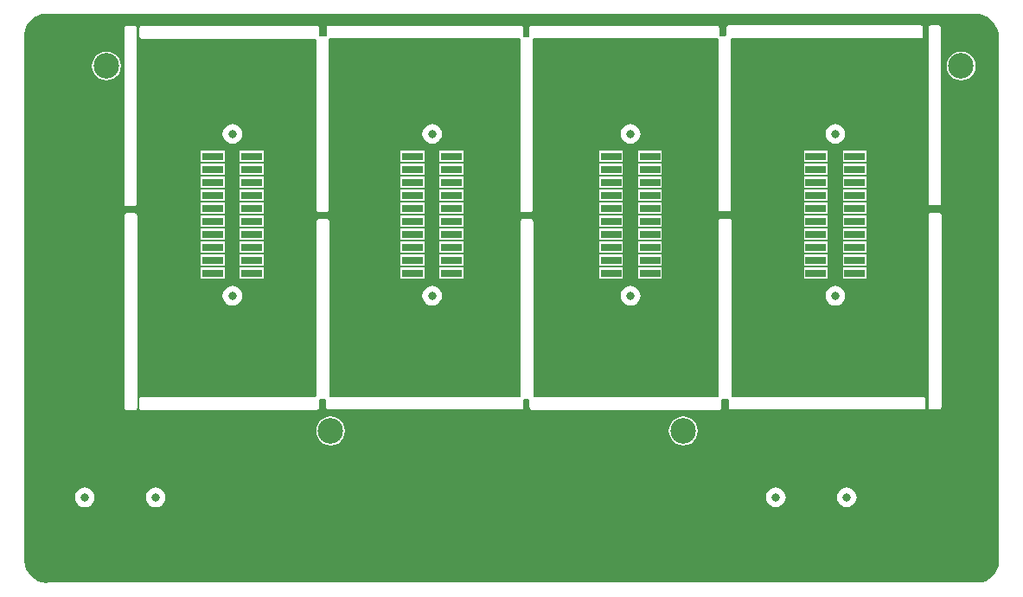
<source format=gbl>
G04*
G04 #@! TF.GenerationSoftware,Altium Limited,Altium Designer,20.1.8 (145)*
G04*
G04 Layer_Physical_Order=2*
G04 Layer_Color=16672372*
%FSAX24Y24*%
%MOIN*%
G70*
G04*
G04 #@! TF.SameCoordinates,11B2BD8A-5282-4B5C-B75C-580E7C91704B*
G04*
G04*
G04 #@! TF.FilePolarity,Positive*
G04*
G01*
G75*
%ADD27C,0.0315*%
%ADD28C,0.0984*%
%ADD29C,0.0240*%
%ADD30R,0.0787X0.0291*%
G36*
X040006Y025696D02*
X040177Y025644D01*
X040334Y025560D01*
X040472Y025447D01*
X040586Y025309D01*
X040670Y025151D01*
X040722Y024980D01*
X040739Y024807D01*
X040734Y024782D01*
X040736Y019853D01*
X040737Y015375D01*
X040744Y015341D01*
X040748Y004612D01*
X040748Y004611D01*
X040733Y004456D01*
X040686Y004301D01*
X040609Y004158D01*
X040506Y004033D01*
X040381Y003930D01*
X040238Y003854D01*
X040083Y003807D01*
X039927Y003792D01*
X039925Y003792D01*
X004107D01*
X004107Y003794D01*
X004038Y003788D01*
X003870Y003804D01*
X003708Y003853D01*
X003559Y003933D01*
X003428Y004040D01*
X003321Y004171D01*
X003241Y004320D01*
X003192Y004482D01*
X003178Y004624D01*
X003178Y004674D01*
X003178D01*
X003177Y004723D01*
X003177Y024826D01*
X003177Y024871D01*
X003177Y024876D01*
X003181Y024923D01*
X003192Y025034D01*
X003240Y025191D01*
X003317Y025336D01*
X003421Y025463D01*
X003548Y025567D01*
X003693Y025644D01*
X003850Y025692D01*
X003969Y025704D01*
X004018Y025707D01*
X004018Y025707D01*
X004020Y025708D01*
X004067Y025710D01*
X039840Y025712D01*
X039840Y025712D01*
X040006Y025696D01*
D02*
G37*
%LPC*%
G36*
X038108Y025260D02*
X038108Y025260D01*
X038108Y025260D01*
X038093Y025257D01*
X038074Y025253D01*
X038074Y025253D01*
X038074D01*
X038064Y025246D01*
X038046Y025235D01*
X038046Y025235D01*
X038046Y025235D01*
X038035Y025217D01*
X038028Y025206D01*
Y025206D01*
X038028Y025206D01*
X038024Y025188D01*
X038021Y025173D01*
X038021Y025173D01*
X038021Y025173D01*
Y018410D01*
X038028Y018377D01*
X038046Y018349D01*
X038074Y018330D01*
X038108Y018323D01*
X038423D01*
X038456Y018330D01*
X038485Y018349D01*
X038503Y018377D01*
X038510Y018410D01*
Y025173D01*
X038507Y025188D01*
X038503Y025206D01*
X038503Y025206D01*
Y025206D01*
X038496Y025217D01*
X038485Y025235D01*
X038485Y025235D01*
X038485Y025235D01*
X038467Y025246D01*
X038456Y025253D01*
X038456D01*
X038456Y025253D01*
X038438Y025257D01*
X038423Y025260D01*
X038108Y025260D01*
D02*
G37*
G36*
X007108Y025240D02*
X007108Y025240D01*
X007108Y025240D01*
X007093Y025237D01*
X007074Y025233D01*
X007074Y025233D01*
X007074D01*
X007064Y025226D01*
X007046Y025215D01*
X007046Y025215D01*
X007046Y025215D01*
X007035Y025197D01*
X007028Y025186D01*
Y025186D01*
X007028Y025186D01*
X007024Y025168D01*
X007021Y025153D01*
X007021Y025153D01*
X007021Y025153D01*
Y018390D01*
X007028Y018357D01*
X007046Y018329D01*
X007074Y018310D01*
X007108Y018303D01*
X007423D01*
X007456Y018310D01*
X007485Y018329D01*
X007503Y018357D01*
X007507Y018374D01*
X007513Y018390D01*
X007513Y025163D01*
X007494Y025209D01*
X007494Y025209D01*
X007486Y025213D01*
X007485Y025215D01*
X007485Y025215D01*
X007485Y025215D01*
X007467Y025226D01*
X007456Y025233D01*
X007456D01*
X007456Y025233D01*
X007438Y025237D01*
X007423Y025240D01*
X007108Y025240D01*
D02*
G37*
G36*
X030320Y025263D02*
X030304Y025257D01*
X030287Y025253D01*
X030287Y025253D01*
X030287D01*
X030276Y025246D01*
X030259Y025235D01*
X030259Y025235D01*
X030259Y025235D01*
X030247Y025217D01*
X030240Y025206D01*
Y025206D01*
X030240Y025206D01*
X030236Y025188D01*
X030233Y025173D01*
X030233Y024858D01*
X030233Y024858D01*
X030187Y024837D01*
X030017D01*
X030005Y024834D01*
X029997Y024837D01*
X029962Y024863D01*
X029957Y024872D01*
Y025163D01*
X029950Y025196D01*
X029931Y025225D01*
X029903Y025243D01*
X029886Y025247D01*
X029870Y025253D01*
X022730Y025253D01*
X022714Y025247D01*
X022697Y025243D01*
X022697Y025243D01*
X022697D01*
X022686Y025236D01*
X022669Y025225D01*
X022669Y025225D01*
X022669Y025225D01*
X022657Y025207D01*
X022650Y025196D01*
Y025196D01*
X022650Y025196D01*
X022646Y025178D01*
X022643Y025163D01*
X022643Y024848D01*
X022643Y024848D01*
X022602Y024817D01*
X022432D01*
X022407Y024848D01*
Y025163D01*
X022400Y025196D01*
X022381Y025225D01*
X022353Y025243D01*
X022336Y025247D01*
X022320Y025253D01*
X014910Y025253D01*
X014894Y025247D01*
X014877Y025243D01*
X014877Y025243D01*
X014877D01*
X014866Y025236D01*
X014849Y025225D01*
X014849Y025225D01*
X014849Y025225D01*
X014837Y025207D01*
X014830Y025196D01*
Y025196D01*
X014830Y025196D01*
X014826Y025178D01*
X014823Y025163D01*
X014823Y024848D01*
X014823Y024848D01*
X014777Y024827D01*
X014556D01*
X014547Y024838D01*
Y025153D01*
X014540Y025186D01*
X014521Y025215D01*
X014493Y025233D01*
X014476Y025237D01*
X014460Y025243D01*
X007687Y025243D01*
X007641Y025224D01*
X007641Y025224D01*
X007638Y025216D01*
X007635Y025215D01*
X007635Y025215D01*
X007635Y025215D01*
X007624Y025197D01*
X007617Y025186D01*
Y025186D01*
X007617Y025186D01*
X007613Y025168D01*
X007610Y025153D01*
X007610Y024838D01*
X007610Y024838D01*
X007610Y024838D01*
X007613Y024823D01*
X007617Y024804D01*
X007617Y024804D01*
Y024804D01*
X007624Y024794D01*
X007635Y024776D01*
X007635Y024776D01*
X007635Y024776D01*
X007653Y024765D01*
X007664Y024758D01*
X007664D01*
X007664Y024758D01*
X007682Y024754D01*
X007697Y024751D01*
X007697Y024751D01*
X007697Y024751D01*
X014381D01*
X014427Y024701D01*
X014427Y018170D01*
X014433Y018154D01*
X014437Y018137D01*
X014437Y018137D01*
Y018137D01*
X014444Y018126D01*
X014455Y018109D01*
X014455Y018109D01*
X014455Y018109D01*
X014473Y018097D01*
X014484Y018090D01*
X014484D01*
X014484Y018090D01*
X014502Y018086D01*
X014517Y018083D01*
X014832Y018083D01*
X014832Y018083D01*
X014832Y018083D01*
X014847Y018086D01*
X014866Y018090D01*
X014866Y018090D01*
X014866D01*
X014876Y018097D01*
X014894Y018109D01*
X014894Y018109D01*
X014894Y018109D01*
X014905Y018126D01*
X014912Y018137D01*
Y018137D01*
X014912Y018137D01*
X014916Y018156D01*
X014919Y018170D01*
X014919Y018170D01*
X014919Y018170D01*
Y024740D01*
X014936Y024761D01*
X022265D01*
X022290Y024730D01*
Y018160D01*
X022293Y018146D01*
X022297Y018127D01*
X022297Y018127D01*
Y018127D01*
X022304Y018116D01*
X022315Y018099D01*
X022315Y018099D01*
X022315Y018099D01*
X022333Y018087D01*
X022344Y018080D01*
X022344D01*
X022344Y018080D01*
X022362Y018076D01*
X022377Y018073D01*
X022692Y018073D01*
X022692Y018073D01*
X022692Y018073D01*
X022707Y018076D01*
X022726Y018080D01*
X022726Y018080D01*
X022726D01*
X022736Y018087D01*
X022754Y018099D01*
X022754Y018099D01*
X022754Y018099D01*
X022765Y018116D01*
X022772Y018127D01*
Y018127D01*
X022772Y018127D01*
X022776Y018146D01*
X022779Y018160D01*
X022779Y018160D01*
X022779Y018160D01*
Y024730D01*
X022824Y024761D01*
X029870D01*
X029881Y024763D01*
X029884Y024762D01*
X029924Y024730D01*
X029927Y024725D01*
X029927Y018180D01*
X029933Y018164D01*
X029937Y018147D01*
X029937Y018147D01*
Y018147D01*
X029944Y018136D01*
X029955Y018119D01*
X029955Y018119D01*
X029955Y018119D01*
X029973Y018107D01*
X029984Y018100D01*
X029984D01*
X029984Y018100D01*
X030002Y018096D01*
X030017Y018093D01*
X030332Y018093D01*
X030332Y018093D01*
X030332Y018093D01*
X030347Y018096D01*
X030366Y018100D01*
X030366Y018100D01*
X030366D01*
X030376Y018107D01*
X030394Y018119D01*
X030394Y018119D01*
X030394Y018119D01*
X030405Y018136D01*
X030412Y018147D01*
Y018147D01*
X030412Y018147D01*
X030416Y018166D01*
X030419Y018180D01*
X030419Y018180D01*
X030419Y018180D01*
Y024750D01*
X030436Y024771D01*
X037730D01*
X037763Y024778D01*
X037791Y024796D01*
X037810Y024824D01*
X037817Y024858D01*
Y025173D01*
X037810Y025206D01*
X037791Y025235D01*
X037763Y025253D01*
X037746Y025257D01*
X037730Y025263D01*
X030320Y025263D01*
D02*
G37*
G36*
X006342Y024253D02*
X006197Y024234D01*
X006063Y024179D01*
X005948Y024090D01*
X005859Y023975D01*
X005804Y023840D01*
X005785Y023696D01*
X005804Y023552D01*
X005859Y023418D01*
X005948Y023302D01*
X006063Y023214D01*
X006197Y023158D01*
X006342Y023139D01*
X006486Y023158D01*
X006620Y023214D01*
X006735Y023302D01*
X006824Y023418D01*
X006879Y023552D01*
X006898Y023696D01*
X006879Y023840D01*
X006824Y023975D01*
X006735Y024090D01*
X006620Y024179D01*
X006486Y024234D01*
X006342Y024253D01*
D02*
G37*
G36*
X039286Y024253D02*
X039142Y024234D01*
X039007Y024179D01*
X038892Y024090D01*
X038803Y023975D01*
X038748Y023840D01*
X038729Y023696D01*
X038748Y023552D01*
X038803Y023418D01*
X038892Y023302D01*
X039007Y023214D01*
X039142Y023158D01*
X039286Y023139D01*
X039430Y023158D01*
X039564Y023214D01*
X039679Y023302D01*
X039768Y023418D01*
X039824Y023552D01*
X039843Y023696D01*
X039824Y023840D01*
X039768Y023975D01*
X039679Y024090D01*
X039564Y024179D01*
X039430Y024234D01*
X039286Y024253D01*
D02*
G37*
G36*
X034435Y021465D02*
X034338Y021453D01*
X034246Y021415D01*
X034168Y021355D01*
X034108Y021276D01*
X034070Y021185D01*
X034057Y021087D01*
X034070Y020989D01*
X034108Y020898D01*
X034168Y020820D01*
X034246Y020760D01*
X034338Y020722D01*
X034435Y020709D01*
X034533Y020722D01*
X034624Y020760D01*
X034703Y020820D01*
X034763Y020898D01*
X034801Y020989D01*
X034814Y021087D01*
X034801Y021185D01*
X034763Y021276D01*
X034703Y021355D01*
X034624Y021415D01*
X034533Y021453D01*
X034435Y021465D01*
D02*
G37*
G36*
X026545D02*
X026447Y021453D01*
X026356Y021415D01*
X026278Y021355D01*
X026217Y021276D01*
X026180Y021185D01*
X026167Y021087D01*
X026180Y020989D01*
X026217Y020898D01*
X026278Y020820D01*
X026356Y020760D01*
X026447Y020722D01*
X026545Y020709D01*
X026643Y020722D01*
X026734Y020760D01*
X026812Y020820D01*
X026872Y020898D01*
X026910Y020989D01*
X026923Y021087D01*
X026910Y021185D01*
X026872Y021276D01*
X026812Y021355D01*
X026734Y021415D01*
X026643Y021453D01*
X026545Y021465D01*
D02*
G37*
G36*
X018892D02*
X018795Y021453D01*
X018703Y021415D01*
X018625Y021355D01*
X018565Y021276D01*
X018527Y021185D01*
X018514Y021087D01*
X018527Y020989D01*
X018565Y020898D01*
X018625Y020820D01*
X018703Y020760D01*
X018795Y020722D01*
X018892Y020709D01*
X018990Y020722D01*
X019082Y020760D01*
X019160Y020820D01*
X019220Y020898D01*
X019258Y020989D01*
X019271Y021087D01*
X019258Y021185D01*
X019220Y021276D01*
X019160Y021355D01*
X019082Y021415D01*
X018990Y021453D01*
X018892Y021465D01*
D02*
G37*
G36*
X011194D02*
X011096Y021453D01*
X011005Y021415D01*
X010926Y021355D01*
X010866Y021276D01*
X010828Y021185D01*
X010815Y021087D01*
X010828Y020989D01*
X010866Y020898D01*
X010926Y020820D01*
X011005Y020760D01*
X011096Y020722D01*
X011194Y020709D01*
X011292Y020722D01*
X011383Y020760D01*
X011461Y020820D01*
X011521Y020898D01*
X011559Y020989D01*
X011572Y021087D01*
X011559Y021185D01*
X011521Y021276D01*
X011461Y021355D01*
X011383Y021415D01*
X011292Y021453D01*
X011194Y021465D01*
D02*
G37*
G36*
X012393Y020426D02*
X011486D01*
Y020014D01*
X012393D01*
Y020426D01*
D02*
G37*
G36*
X010893D02*
X009986D01*
Y020014D01*
X010893D01*
Y020426D01*
D02*
G37*
G36*
X035634Y020426D02*
X034726D01*
Y020014D01*
X035634D01*
Y020426D01*
D02*
G37*
G36*
X034134D02*
X033226D01*
Y020014D01*
X034134D01*
Y020426D01*
D02*
G37*
G36*
X027754D02*
X026846D01*
Y020014D01*
X027754D01*
Y020426D01*
D02*
G37*
G36*
X026254D02*
X025346D01*
Y020014D01*
X026254D01*
Y020426D01*
D02*
G37*
G36*
X020094D02*
X019186D01*
Y020014D01*
X020094D01*
Y020426D01*
D02*
G37*
G36*
X018594D02*
X017686D01*
Y020014D01*
X018594D01*
Y020426D01*
D02*
G37*
G36*
X012393Y019926D02*
X011486D01*
Y019514D01*
X012393D01*
Y019926D01*
D02*
G37*
G36*
X010893D02*
X009986D01*
Y019514D01*
X010893D01*
Y019926D01*
D02*
G37*
G36*
X035634Y019926D02*
X034726D01*
Y019514D01*
X035634D01*
Y019926D01*
D02*
G37*
G36*
X034134D02*
X033226D01*
Y019514D01*
X034134D01*
Y019926D01*
D02*
G37*
G36*
X027754D02*
X026846D01*
Y019514D01*
X027754D01*
Y019926D01*
D02*
G37*
G36*
X026254D02*
X025346D01*
Y019514D01*
X026254D01*
Y019926D01*
D02*
G37*
G36*
X020094D02*
X019186D01*
Y019514D01*
X020094D01*
Y019926D01*
D02*
G37*
G36*
X018594D02*
X017686D01*
Y019514D01*
X018594D01*
Y019926D01*
D02*
G37*
G36*
X012393Y019426D02*
X011486D01*
Y019014D01*
X012393D01*
Y019426D01*
D02*
G37*
G36*
X010893D02*
X009986D01*
Y019014D01*
X010893D01*
Y019426D01*
D02*
G37*
G36*
X035634Y019426D02*
X034726D01*
Y019014D01*
X035634D01*
Y019426D01*
D02*
G37*
G36*
X034134D02*
X033226D01*
Y019014D01*
X034134D01*
Y019426D01*
D02*
G37*
G36*
X027754D02*
X026846D01*
Y019014D01*
X027754D01*
Y019426D01*
D02*
G37*
G36*
X026254D02*
X025346D01*
Y019014D01*
X026254D01*
Y019426D01*
D02*
G37*
G36*
X020094D02*
X019186D01*
Y019014D01*
X020094D01*
Y019426D01*
D02*
G37*
G36*
X018594D02*
X017686D01*
Y019014D01*
X018594D01*
Y019426D01*
D02*
G37*
G36*
X012393Y018926D02*
X011486D01*
Y018514D01*
X012393D01*
Y018926D01*
D02*
G37*
G36*
X010893D02*
X009986D01*
Y018514D01*
X010893D01*
Y018926D01*
D02*
G37*
G36*
X035634Y018926D02*
X034726D01*
Y018514D01*
X035634D01*
Y018926D01*
D02*
G37*
G36*
X034134D02*
X033226D01*
Y018514D01*
X034134D01*
Y018926D01*
D02*
G37*
G36*
X027754D02*
X026846D01*
Y018514D01*
X027754D01*
Y018926D01*
D02*
G37*
G36*
X026254D02*
X025346D01*
Y018514D01*
X026254D01*
Y018926D01*
D02*
G37*
G36*
X020094D02*
X019186D01*
Y018514D01*
X020094D01*
Y018926D01*
D02*
G37*
G36*
X018594D02*
X017686D01*
Y018514D01*
X018594D01*
Y018926D01*
D02*
G37*
G36*
X038118Y018047D02*
X038118Y018047D01*
X038118Y018047D01*
X038103Y018044D01*
X038084Y018040D01*
X038084Y018040D01*
X038084D01*
X038074Y018033D01*
X038056Y018021D01*
X038056Y018021D01*
X038056Y018021D01*
X038045Y018004D01*
X038038Y017993D01*
Y017993D01*
X038038Y017993D01*
X038034Y017974D01*
X038031Y017960D01*
X038031Y017960D01*
X038031Y017960D01*
Y010550D01*
X038038Y010517D01*
X038056Y010489D01*
X038084Y010470D01*
X038118Y010463D01*
X038433D01*
X038466Y010470D01*
X038495Y010489D01*
X038513Y010517D01*
X038517Y010534D01*
X038523Y010550D01*
X038523Y017960D01*
X038517Y017976D01*
X038513Y017993D01*
X038513Y017993D01*
Y017993D01*
X038506Y018004D01*
X038495Y018021D01*
X038495Y018021D01*
X038495Y018021D01*
X038477Y018033D01*
X038466Y018040D01*
X038466D01*
X038466Y018040D01*
X038448Y018044D01*
X038433Y018047D01*
X038118Y018047D01*
D02*
G37*
G36*
X007118Y018027D02*
X007118Y018027D01*
X007118Y018027D01*
X007103Y018024D01*
X007084Y018020D01*
X007084Y018020D01*
X007084D01*
X007074Y018013D01*
X007056Y018001D01*
X007056Y018001D01*
X007056Y018001D01*
X007045Y017984D01*
X007038Y017973D01*
Y017973D01*
X007038Y017973D01*
X007034Y017954D01*
X007031Y017940D01*
X007031Y017940D01*
X007031Y017940D01*
Y010530D01*
X007038Y010497D01*
X007056Y010469D01*
X007084Y010450D01*
X007118Y010443D01*
X007433D01*
X007466Y010450D01*
X007495Y010469D01*
X007513Y010497D01*
X007517Y010514D01*
X007523Y010530D01*
X007523Y017940D01*
X007517Y017956D01*
X007513Y017973D01*
X007513Y017973D01*
Y017973D01*
X007506Y017984D01*
X007495Y018001D01*
X007495Y018001D01*
X007495Y018001D01*
X007477Y018013D01*
X007466Y018020D01*
X007466D01*
X007466Y018020D01*
X007448Y018024D01*
X007433Y018027D01*
X007118Y018027D01*
D02*
G37*
G36*
X012393Y018426D02*
X011486D01*
Y018014D01*
X012393D01*
Y018426D01*
D02*
G37*
G36*
X010893D02*
X009986D01*
Y018014D01*
X010893D01*
Y018426D01*
D02*
G37*
G36*
X035634Y018426D02*
X034726D01*
Y018014D01*
X035634D01*
Y018426D01*
D02*
G37*
G36*
X034134D02*
X033226D01*
Y018014D01*
X034134D01*
Y018426D01*
D02*
G37*
G36*
X027754D02*
X026846D01*
Y018014D01*
X027754D01*
Y018426D01*
D02*
G37*
G36*
X026254D02*
X025346D01*
Y018014D01*
X026254D01*
Y018426D01*
D02*
G37*
G36*
X020094D02*
X019186D01*
Y018014D01*
X020094D01*
Y018426D01*
D02*
G37*
G36*
X018594D02*
X017686D01*
Y018014D01*
X018594D01*
Y018426D01*
D02*
G37*
G36*
X012393Y017926D02*
X011486D01*
Y017514D01*
X012393D01*
Y017926D01*
D02*
G37*
G36*
X010893D02*
X009986D01*
Y017514D01*
X010893D01*
Y017926D01*
D02*
G37*
G36*
X035634Y017926D02*
X034726D01*
Y017514D01*
X035634D01*
Y017926D01*
D02*
G37*
G36*
X034134D02*
X033226D01*
Y017514D01*
X034134D01*
Y017926D01*
D02*
G37*
G36*
X027754D02*
X026846D01*
Y017514D01*
X027754D01*
Y017926D01*
D02*
G37*
G36*
X026254D02*
X025346D01*
Y017514D01*
X026254D01*
Y017926D01*
D02*
G37*
G36*
X020094D02*
X019186D01*
Y017514D01*
X020094D01*
Y017926D01*
D02*
G37*
G36*
X018594D02*
X017686D01*
Y017514D01*
X018594D01*
Y017926D01*
D02*
G37*
G36*
X012393Y017426D02*
X011486D01*
Y017014D01*
X012393D01*
Y017426D01*
D02*
G37*
G36*
X010893D02*
X009986D01*
Y017014D01*
X010893D01*
Y017426D01*
D02*
G37*
G36*
X035634Y017426D02*
X034726D01*
Y017014D01*
X035634D01*
Y017426D01*
D02*
G37*
G36*
X034134D02*
X033226D01*
Y017014D01*
X034134D01*
Y017426D01*
D02*
G37*
G36*
X027754D02*
X026846D01*
Y017014D01*
X027754D01*
Y017426D01*
D02*
G37*
G36*
X026254D02*
X025346D01*
Y017014D01*
X026254D01*
Y017426D01*
D02*
G37*
G36*
X020094D02*
X019186D01*
Y017014D01*
X020094D01*
Y017426D01*
D02*
G37*
G36*
X018594D02*
X017686D01*
Y017014D01*
X018594D01*
Y017426D01*
D02*
G37*
G36*
X012393Y016926D02*
X011486D01*
Y016514D01*
X012393D01*
Y016926D01*
D02*
G37*
G36*
X010893D02*
X009986D01*
Y016514D01*
X010893D01*
Y016926D01*
D02*
G37*
G36*
X035634Y016926D02*
X034726D01*
Y016514D01*
X035634D01*
Y016926D01*
D02*
G37*
G36*
X034134D02*
X033226D01*
Y016514D01*
X034134D01*
Y016926D01*
D02*
G37*
G36*
X027754D02*
X026846D01*
Y016514D01*
X027754D01*
Y016926D01*
D02*
G37*
G36*
X026254D02*
X025346D01*
Y016514D01*
X026254D01*
Y016926D01*
D02*
G37*
G36*
X020094D02*
X019186D01*
Y016514D01*
X020094D01*
Y016926D01*
D02*
G37*
G36*
X018594D02*
X017686D01*
Y016514D01*
X018594D01*
Y016926D01*
D02*
G37*
G36*
X012393Y016426D02*
X011486D01*
Y016014D01*
X012393D01*
Y016426D01*
D02*
G37*
G36*
X010893D02*
X009986D01*
Y016014D01*
X010893D01*
Y016426D01*
D02*
G37*
G36*
X035634Y016426D02*
X034726D01*
Y016014D01*
X035634D01*
Y016426D01*
D02*
G37*
G36*
X034134D02*
X033226D01*
Y016014D01*
X034134D01*
Y016426D01*
D02*
G37*
G36*
X027754D02*
X026846D01*
Y016014D01*
X027754D01*
Y016426D01*
D02*
G37*
G36*
X026254D02*
X025346D01*
Y016014D01*
X026254D01*
Y016426D01*
D02*
G37*
G36*
X020094D02*
X019186D01*
Y016014D01*
X020094D01*
Y016426D01*
D02*
G37*
G36*
X018594D02*
X017686D01*
Y016014D01*
X018594D01*
Y016426D01*
D02*
G37*
G36*
X012393Y015926D02*
X011486D01*
Y015514D01*
X012393D01*
Y015926D01*
D02*
G37*
G36*
X010893D02*
X009986D01*
Y015514D01*
X010893D01*
Y015926D01*
D02*
G37*
G36*
X035634Y015926D02*
X034726D01*
Y015514D01*
X035634D01*
Y015926D01*
D02*
G37*
G36*
X034134D02*
X033226D01*
Y015514D01*
X034134D01*
Y015926D01*
D02*
G37*
G36*
X027754D02*
X026846D01*
Y015514D01*
X027754D01*
Y015926D01*
D02*
G37*
G36*
X026254D02*
X025346D01*
Y015514D01*
X026254D01*
Y015926D01*
D02*
G37*
G36*
X020094D02*
X019186D01*
Y015514D01*
X020094D01*
Y015926D01*
D02*
G37*
G36*
X018594D02*
X017686D01*
Y015514D01*
X018594D01*
Y015926D01*
D02*
G37*
G36*
X034435Y015225D02*
X034338Y015212D01*
X034246Y015175D01*
X034168Y015114D01*
X034108Y015036D01*
X034070Y014945D01*
X034057Y014847D01*
X034070Y014749D01*
X034108Y014658D01*
X034168Y014580D01*
X034246Y014519D01*
X034338Y014482D01*
X034435Y014469D01*
X034533Y014482D01*
X034624Y014519D01*
X034703Y014580D01*
X034763Y014658D01*
X034801Y014749D01*
X034814Y014847D01*
X034801Y014945D01*
X034763Y015036D01*
X034703Y015114D01*
X034624Y015175D01*
X034533Y015212D01*
X034435Y015225D01*
D02*
G37*
G36*
X026545D02*
X026447Y015212D01*
X026356Y015175D01*
X026278Y015114D01*
X026217Y015036D01*
X026180Y014945D01*
X026167Y014847D01*
X026180Y014749D01*
X026217Y014658D01*
X026278Y014580D01*
X026356Y014519D01*
X026447Y014482D01*
X026545Y014469D01*
X026643Y014482D01*
X026734Y014519D01*
X026812Y014580D01*
X026872Y014658D01*
X026910Y014749D01*
X026923Y014847D01*
X026910Y014945D01*
X026872Y015036D01*
X026812Y015114D01*
X026734Y015175D01*
X026643Y015212D01*
X026545Y015225D01*
D02*
G37*
G36*
X018892D02*
X018795Y015212D01*
X018703Y015175D01*
X018625Y015114D01*
X018565Y015036D01*
X018527Y014945D01*
X018514Y014847D01*
X018527Y014749D01*
X018565Y014658D01*
X018625Y014580D01*
X018703Y014519D01*
X018795Y014482D01*
X018892Y014469D01*
X018990Y014482D01*
X019082Y014519D01*
X019160Y014580D01*
X019220Y014658D01*
X019258Y014749D01*
X019271Y014847D01*
X019258Y014945D01*
X019220Y015036D01*
X019160Y015114D01*
X019082Y015175D01*
X018990Y015212D01*
X018892Y015225D01*
D02*
G37*
G36*
X011194D02*
X011096Y015212D01*
X011005Y015175D01*
X010926Y015114D01*
X010866Y015036D01*
X010828Y014945D01*
X010815Y014847D01*
X010828Y014749D01*
X010866Y014658D01*
X010926Y014580D01*
X011005Y014519D01*
X011096Y014482D01*
X011194Y014469D01*
X011292Y014482D01*
X011383Y014519D01*
X011461Y014580D01*
X011521Y014658D01*
X011559Y014749D01*
X011572Y014847D01*
X011559Y014945D01*
X011521Y015036D01*
X011461Y015114D01*
X011383Y015175D01*
X011292Y015212D01*
X011194Y015225D01*
D02*
G37*
G36*
X030342Y017817D02*
X030027D01*
X029994Y017810D01*
X029965Y017791D01*
X029947Y017763D01*
X029943Y017746D01*
X029937Y017730D01*
X029937Y010957D01*
X029892Y010943D01*
X022837Y010943D01*
X022789Y010947D01*
Y017710D01*
X022782Y017743D01*
X022764Y017771D01*
X022736Y017790D01*
X022702Y017797D01*
X022387D01*
X022354Y017790D01*
X022325Y017771D01*
X022307Y017743D01*
X022303Y017726D01*
X022297Y017710D01*
X022297Y010953D01*
X014977Y010953D01*
X014929Y010957D01*
Y017720D01*
X014922Y017753D01*
X014904Y017781D01*
X014876Y017800D01*
X014842Y017807D01*
X014527D01*
X014494Y017800D01*
X014465Y017781D01*
X014447Y017753D01*
X014443Y017736D01*
X014437Y017720D01*
X014437Y010993D01*
X014388Y010943D01*
X007677Y010943D01*
X007631Y010924D01*
X007631Y010924D01*
X007628Y010916D01*
X007625Y010915D01*
X007625Y010915D01*
X007625Y010915D01*
X007614Y010897D01*
X007607Y010886D01*
Y010886D01*
X007607Y010886D01*
X007603Y010868D01*
X007600Y010853D01*
X007600Y010538D01*
X007600Y010538D01*
X007600Y010538D01*
X007603Y010523D01*
X007607Y010504D01*
X007607Y010504D01*
Y010504D01*
X007614Y010494D01*
X007625Y010476D01*
X007625Y010476D01*
X007625Y010476D01*
X007643Y010465D01*
X007654Y010458D01*
X007654D01*
X007654Y010458D01*
X007672Y010454D01*
X007687Y010451D01*
X007687Y010451D01*
X007687Y010451D01*
X014450D01*
X014483Y010458D01*
X014511Y010476D01*
X014530Y010504D01*
X014537Y010538D01*
Y010820D01*
X014580Y010870D01*
X014766Y010870D01*
X014813Y010820D01*
X014813Y010548D01*
X014813Y010548D01*
X014813Y010548D01*
X014816Y010533D01*
X014820Y010514D01*
X014820Y010514D01*
Y010514D01*
X014827Y010504D01*
X014839Y010486D01*
X014839Y010486D01*
X014839Y010486D01*
X014856Y010475D01*
X014867Y010468D01*
X014867D01*
X014867Y010468D01*
X014886Y010464D01*
X014900Y010461D01*
X014900Y010461D01*
X014900Y010461D01*
X022310D01*
X022343Y010468D01*
X022371Y010486D01*
X022390Y010514D01*
X022397Y010548D01*
Y010825D01*
X022432Y010860D01*
X022606Y010860D01*
X022653Y010810D01*
X022653Y010538D01*
X022653Y010538D01*
X022653Y010538D01*
X022656Y010523D01*
X022660Y010504D01*
X022660Y010504D01*
Y010504D01*
X022667Y010494D01*
X022679Y010476D01*
X022679Y010476D01*
X022679Y010476D01*
X022696Y010465D01*
X022707Y010458D01*
X022707D01*
X022707Y010458D01*
X022726Y010454D01*
X022740Y010451D01*
X022740Y010451D01*
X022740Y010451D01*
X029960D01*
X029993Y010458D01*
X030021Y010476D01*
X030040Y010504D01*
X030047Y010538D01*
Y010830D01*
X030086Y010880D01*
X030276Y010880D01*
X030282Y010878D01*
X030323Y010830D01*
X030323Y010548D01*
X030323Y010548D01*
X030323Y010548D01*
X030326Y010533D01*
X030330Y010514D01*
X030330Y010514D01*
Y010514D01*
X030337Y010504D01*
X030349Y010486D01*
X030349Y010486D01*
X030349Y010486D01*
X030366Y010475D01*
X030377Y010468D01*
X030377D01*
X030377Y010468D01*
X030396Y010464D01*
X030410Y010461D01*
X030410Y010461D01*
X030410Y010461D01*
X037820D01*
X037853Y010468D01*
X037881Y010486D01*
X037900Y010514D01*
X037907Y010548D01*
Y010863D01*
X037900Y010896D01*
X037881Y010925D01*
X037853Y010943D01*
X037836Y010947D01*
X037820Y010953D01*
X030476Y010953D01*
X030429Y010967D01*
Y017730D01*
X030422Y017763D01*
X030404Y017791D01*
X030376Y017810D01*
X030342Y017817D01*
D02*
G37*
G36*
X028576Y010193D02*
X028432Y010174D01*
X028298Y010118D01*
X028182Y010030D01*
X028094Y009914D01*
X028038Y009780D01*
X028019Y009636D01*
X028038Y009492D01*
X028094Y009358D01*
X028182Y009242D01*
X028298Y009154D01*
X028432Y009098D01*
X028576Y009079D01*
X028720Y009098D01*
X028855Y009154D01*
X028970Y009242D01*
X029059Y009358D01*
X029114Y009492D01*
X029133Y009636D01*
X029114Y009780D01*
X029059Y009914D01*
X028970Y010030D01*
X028855Y010118D01*
X028720Y010174D01*
X028576Y010193D01*
D02*
G37*
G36*
X014980D02*
X014835Y010174D01*
X014701Y010118D01*
X014586Y010030D01*
X014497Y009914D01*
X014442Y009780D01*
X014423Y009636D01*
X014442Y009492D01*
X014497Y009358D01*
X014586Y009242D01*
X014701Y009154D01*
X014835Y009098D01*
X014980Y009079D01*
X015124Y009098D01*
X015258Y009154D01*
X015373Y009242D01*
X015462Y009358D01*
X015518Y009492D01*
X015537Y009636D01*
X015518Y009780D01*
X015462Y009914D01*
X015373Y010030D01*
X015258Y010118D01*
X015124Y010174D01*
X014980Y010193D01*
D02*
G37*
G36*
X034883Y007465D02*
X034785Y007453D01*
X034694Y007415D01*
X034616Y007355D01*
X034555Y007276D01*
X034518Y007185D01*
X034505Y007087D01*
X034518Y006989D01*
X034555Y006898D01*
X034616Y006820D01*
X034694Y006760D01*
X034785Y006722D01*
X034883Y006709D01*
X034981Y006722D01*
X035072Y006760D01*
X035150Y006820D01*
X035211Y006898D01*
X035248Y006989D01*
X035261Y007087D01*
X035248Y007185D01*
X035211Y007276D01*
X035150Y007355D01*
X035072Y007415D01*
X034981Y007453D01*
X034883Y007465D01*
D02*
G37*
G36*
X032143D02*
X032045Y007453D01*
X031954Y007415D01*
X031875Y007355D01*
X031815Y007276D01*
X031778Y007185D01*
X031765Y007087D01*
X031778Y006989D01*
X031815Y006898D01*
X031875Y006820D01*
X031954Y006760D01*
X032045Y006722D01*
X032143Y006709D01*
X032241Y006722D01*
X032332Y006760D01*
X032410Y006820D01*
X032470Y006898D01*
X032508Y006989D01*
X032521Y007087D01*
X032508Y007185D01*
X032470Y007276D01*
X032410Y007355D01*
X032332Y007415D01*
X032241Y007453D01*
X032143Y007465D01*
D02*
G37*
G36*
X008240Y007458D02*
X008142Y007445D01*
X008051Y007408D01*
X007973Y007347D01*
X007913Y007269D01*
X007875Y007178D01*
X007862Y007080D01*
X007875Y006982D01*
X007913Y006891D01*
X007973Y006813D01*
X008051Y006752D01*
X008142Y006715D01*
X008240Y006702D01*
X008338Y006715D01*
X008429Y006752D01*
X008508Y006813D01*
X008568Y006891D01*
X008605Y006982D01*
X008618Y007080D01*
X008605Y007178D01*
X008568Y007269D01*
X008508Y007347D01*
X008429Y007408D01*
X008338Y007445D01*
X008240Y007458D01*
D02*
G37*
G36*
X005500D02*
X005402Y007445D01*
X005311Y007408D01*
X005232Y007347D01*
X005172Y007269D01*
X005135Y007178D01*
X005122Y007080D01*
X005135Y006982D01*
X005172Y006891D01*
X005232Y006813D01*
X005311Y006752D01*
X005402Y006715D01*
X005500Y006702D01*
X005598Y006715D01*
X005689Y006752D01*
X005767Y006813D01*
X005827Y006891D01*
X005865Y006982D01*
X005878Y007080D01*
X005865Y007178D01*
X005827Y007269D01*
X005767Y007347D01*
X005689Y007408D01*
X005598Y007445D01*
X005500Y007458D01*
D02*
G37*
%LPD*%
D27*
X034435Y014847D02*
D03*
Y021087D02*
D03*
X026545Y014847D02*
D03*
Y021087D02*
D03*
X018892Y014847D02*
D03*
Y021087D02*
D03*
X011194Y014847D02*
D03*
Y021087D02*
D03*
X032143Y007087D02*
D03*
X034883D02*
D03*
X008240Y007080D02*
D03*
X005500D02*
D03*
D28*
X039286Y023696D02*
D03*
X006342Y023696D02*
D03*
X028576Y009636D02*
D03*
X014980D02*
D03*
D29*
X010195Y020222D02*
D03*
X010185Y019722D02*
D03*
Y019212D02*
D03*
Y018712D02*
D03*
Y018222D02*
D03*
Y017712D02*
D03*
Y017212D02*
D03*
X010195Y016722D02*
D03*
X010185Y016212D02*
D03*
Y015722D02*
D03*
X012195D02*
D03*
Y016222D02*
D03*
Y016712D02*
D03*
Y017222D02*
D03*
Y017722D02*
D03*
Y018222D02*
D03*
Y018722D02*
D03*
Y019212D02*
D03*
Y019722D02*
D03*
Y020222D02*
D03*
X017885D02*
D03*
Y019722D02*
D03*
Y019222D02*
D03*
Y018712D02*
D03*
Y018212D02*
D03*
X017895Y017712D02*
D03*
X017875Y017212D02*
D03*
X017885Y016722D02*
D03*
Y016212D02*
D03*
X017895Y015722D02*
D03*
X019895Y015712D02*
D03*
Y016222D02*
D03*
X019885Y016712D02*
D03*
Y017212D02*
D03*
Y017712D02*
D03*
X019895Y018212D02*
D03*
Y018722D02*
D03*
Y019212D02*
D03*
Y019712D02*
D03*
X019905Y020212D02*
D03*
X025535D02*
D03*
Y019712D02*
D03*
Y019222D02*
D03*
Y018712D02*
D03*
X025545Y018212D02*
D03*
X025535Y017722D02*
D03*
X025545Y017222D02*
D03*
X025535Y016702D02*
D03*
Y016212D02*
D03*
Y015712D02*
D03*
X027545D02*
D03*
X027555Y016212D02*
D03*
X027545Y016722D02*
D03*
X027555Y017222D02*
D03*
X027535Y017712D02*
D03*
X027555Y018222D02*
D03*
Y018722D02*
D03*
X027545Y019222D02*
D03*
Y019722D02*
D03*
Y020222D02*
D03*
X033430Y015720D02*
D03*
X033440Y016210D02*
D03*
Y016720D02*
D03*
X033430Y017220D02*
D03*
X033440Y017720D02*
D03*
Y018220D02*
D03*
Y018710D02*
D03*
Y019220D02*
D03*
X033420Y019710D02*
D03*
X033430Y020220D02*
D03*
X035430Y015720D02*
D03*
X035442Y016706D02*
D03*
X035430Y016220D02*
D03*
X035440Y017230D02*
D03*
X035430Y017710D02*
D03*
X035440Y018220D02*
D03*
Y018720D02*
D03*
Y019220D02*
D03*
Y019720D02*
D03*
Y020220D02*
D03*
X036140Y004540D02*
D03*
X009850Y007110D02*
D03*
X034511Y012306D02*
D03*
X026551Y012196D02*
D03*
X018921Y012246D02*
D03*
X011111Y011986D02*
D03*
D30*
X027300Y015720D02*
D03*
Y016220D02*
D03*
Y016720D02*
D03*
Y017220D02*
D03*
Y017720D02*
D03*
Y018220D02*
D03*
Y018720D02*
D03*
Y019220D02*
D03*
Y019720D02*
D03*
Y020220D02*
D03*
X025800Y015720D02*
D03*
Y016220D02*
D03*
Y016720D02*
D03*
Y017220D02*
D03*
Y017720D02*
D03*
Y018220D02*
D03*
Y018720D02*
D03*
Y019220D02*
D03*
Y019720D02*
D03*
Y020220D02*
D03*
X019640Y015720D02*
D03*
Y016220D02*
D03*
Y016720D02*
D03*
Y017220D02*
D03*
Y017720D02*
D03*
Y018220D02*
D03*
Y018720D02*
D03*
Y019220D02*
D03*
Y019720D02*
D03*
Y020220D02*
D03*
X018140Y015720D02*
D03*
Y016220D02*
D03*
Y016720D02*
D03*
Y017220D02*
D03*
Y017720D02*
D03*
Y018220D02*
D03*
Y018720D02*
D03*
Y019220D02*
D03*
Y019720D02*
D03*
Y020220D02*
D03*
X011939Y015720D02*
D03*
Y016220D02*
D03*
Y016720D02*
D03*
Y017220D02*
D03*
Y017720D02*
D03*
Y018220D02*
D03*
Y018720D02*
D03*
Y019220D02*
D03*
Y019720D02*
D03*
Y020220D02*
D03*
X010439Y015720D02*
D03*
Y016220D02*
D03*
Y016720D02*
D03*
Y017220D02*
D03*
Y017720D02*
D03*
Y018220D02*
D03*
Y018720D02*
D03*
Y019220D02*
D03*
Y019720D02*
D03*
Y020220D02*
D03*
X035180Y015720D02*
D03*
Y016220D02*
D03*
Y016720D02*
D03*
Y017220D02*
D03*
Y017720D02*
D03*
Y018220D02*
D03*
Y018720D02*
D03*
Y019220D02*
D03*
Y019720D02*
D03*
Y020220D02*
D03*
X033680Y015720D02*
D03*
Y016220D02*
D03*
Y016720D02*
D03*
Y017220D02*
D03*
Y017720D02*
D03*
Y018220D02*
D03*
Y018720D02*
D03*
Y019220D02*
D03*
Y019720D02*
D03*
Y020220D02*
D03*
M02*

</source>
